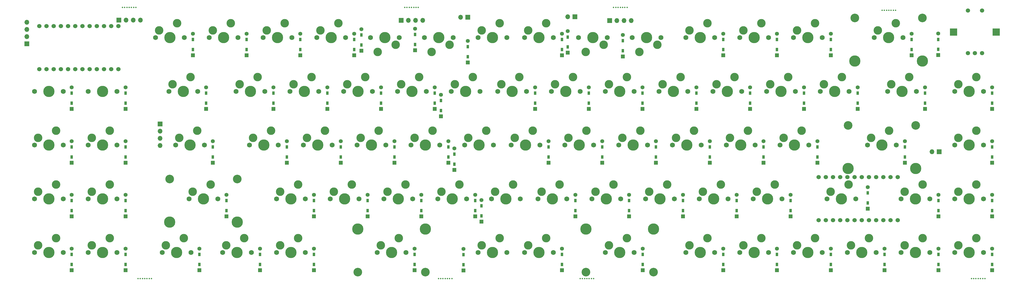
<source format=gts>
%TF.GenerationSoftware,KiCad,Pcbnew,8.0.8*%
%TF.CreationDate,2025-04-15T16:26:55+09:00*%
%TF.ProjectId,sswkbd_wiring,7373776b-6264-45f7-9769-72696e672e6b,rev?*%
%TF.SameCoordinates,Original*%
%TF.FileFunction,Soldermask,Top*%
%TF.FilePolarity,Negative*%
%FSLAX46Y46*%
G04 Gerber Fmt 4.6, Leading zero omitted, Abs format (unit mm)*
G04 Created by KiCad (PCBNEW 8.0.8) date 2025-04-15 16:26:55*
%MOMM*%
%LPD*%
G01*
G04 APERTURE LIST*
%ADD10C,0.500000*%
%ADD11R,1.397000X1.397000*%
%ADD12R,0.950000X1.300000*%
%ADD13C,1.397000*%
%ADD14C,1.750000*%
%ADD15C,3.000000*%
%ADD16C,3.987800*%
%ADD17C,3.048000*%
%ADD18R,1.700000X1.700000*%
%ADD19O,1.700000X1.700000*%
%ADD20C,1.524000*%
%ADD21R,2.500000X2.500000*%
%ADD22C,1.500000*%
G04 APERTURE END LIST*
D10*
%TO.C,BT1*%
X69505796Y-158960000D03*
X68714129Y-158960000D03*
X67922463Y-158960000D03*
X67130796Y-158960000D03*
X66339129Y-158960000D03*
X65547463Y-158960000D03*
X64755796Y-158960000D03*
%TD*%
%TO.C,BT1*%
X175641196Y-158960000D03*
X174849529Y-158960000D03*
X174057863Y-158960000D03*
X173266196Y-158960000D03*
X172474529Y-158960000D03*
X171682863Y-158960000D03*
X170891196Y-158960000D03*
%TD*%
%TO.C,BT1*%
X225704596Y-158960000D03*
X224912929Y-158960000D03*
X224121263Y-158960000D03*
X223329596Y-158960000D03*
X222537929Y-158960000D03*
X221746263Y-158960000D03*
X220954596Y-158960000D03*
%TD*%
%TO.C,BT1*%
X363956796Y-158960000D03*
X363165129Y-158960000D03*
X362373463Y-158960000D03*
X361581796Y-158960000D03*
X360790129Y-158960000D03*
X359998463Y-158960000D03*
X359206796Y-158960000D03*
%TD*%
%TO.C,BT1*%
X327634404Y-64100000D03*
X328426071Y-64100000D03*
X329217737Y-64100000D03*
X330009404Y-64100000D03*
X330801071Y-64100000D03*
X331592737Y-64100000D03*
X332384404Y-64100000D03*
%TD*%
%TO.C,BT1*%
X232775004Y-63100000D03*
X233566671Y-63100000D03*
X234358337Y-63100000D03*
X235150004Y-63100000D03*
X235941671Y-63100000D03*
X236733337Y-63100000D03*
X237525004Y-63100000D03*
%TD*%
%TO.C,BT1*%
X158997004Y-63100000D03*
X159788671Y-63100000D03*
X160580337Y-63100000D03*
X161372004Y-63100000D03*
X162163671Y-63100000D03*
X162955337Y-63100000D03*
X163747004Y-63100000D03*
%TD*%
%TO.C,BT1*%
X59247004Y-63100000D03*
X60038671Y-63100000D03*
X60830337Y-63100000D03*
X61622004Y-63100000D03*
X62413671Y-63100000D03*
X63205337Y-63100000D03*
X63997004Y-63100000D03*
%TD*%
D11*
%TO.C,D32*%
X366509249Y-98964950D03*
D12*
X366509249Y-96929950D03*
X366509249Y-93379950D03*
D13*
X366509249Y-91344950D03*
%TD*%
D14*
%TO.C,SW13*%
X296333000Y-73760000D03*
D15*
X297603000Y-71220000D03*
D16*
X301413000Y-73760000D03*
D15*
X303953000Y-68680000D03*
D14*
X306493000Y-73760000D03*
%TD*%
D11*
%TO.C,D67*%
X86461999Y-156014950D03*
D12*
X86461999Y-153979950D03*
X86461999Y-150429950D03*
D13*
X86461999Y-148394950D03*
%TD*%
D11*
%TO.C,D50*%
X60336999Y-137014950D03*
D12*
X60336999Y-134979950D03*
X60336999Y-131429950D03*
D13*
X60336999Y-129394950D03*
%TD*%
D11*
%TO.C,D73*%
X243034249Y-156014950D03*
D12*
X243034249Y-153979950D03*
X243034249Y-150429950D03*
D13*
X243034249Y-148394950D03*
%TD*%
D11*
%TO.C,D46*%
X304759249Y-117989950D03*
D12*
X304759249Y-115954950D03*
X304759249Y-112404950D03*
D13*
X304759249Y-110369950D03*
%TD*%
D14*
%TO.C,SW6*%
X176071250Y-73760000D03*
D15*
X174801250Y-76300000D03*
D16*
X170991250Y-73760000D03*
D15*
X168451250Y-78840000D03*
D14*
X165911250Y-73760000D03*
%TD*%
D11*
%TO.C,D38*%
X155361999Y-117989950D03*
D12*
X155361999Y-115954950D03*
X155361999Y-112404950D03*
D13*
X155361999Y-110369950D03*
%TD*%
D11*
%TO.C,D76*%
X309509249Y-156014950D03*
D12*
X309509249Y-153979950D03*
X309509249Y-150429950D03*
D13*
X309509249Y-148394950D03*
%TD*%
D11*
%TO.C,D74*%
X271509249Y-156014950D03*
D12*
X271509249Y-153979950D03*
X271509249Y-150429950D03*
D13*
X271509249Y-148394950D03*
%TD*%
D11*
%TO.C,D52*%
X126861999Y-137014950D03*
D12*
X126861999Y-134979950D03*
X126861999Y-131429950D03*
D13*
X126861999Y-129394950D03*
%TD*%
D11*
%TO.C,D39*%
X174361999Y-117989950D03*
D12*
X174361999Y-115954950D03*
X174361999Y-112404950D03*
D13*
X174361999Y-110369950D03*
%TD*%
D11*
%TO.C,D15*%
X347491000Y-79958000D03*
D12*
X347491000Y-77923000D03*
X347491000Y-74373000D03*
D13*
X347491000Y-72338000D03*
%TD*%
D11*
%TO.C,D44*%
X266759249Y-117989950D03*
D12*
X266759249Y-115954950D03*
X266759249Y-112404950D03*
D13*
X266759249Y-110369950D03*
%TD*%
D14*
%TO.C,SW50*%
X47160750Y-130760000D03*
D15*
X48430750Y-128220000D03*
D16*
X52240750Y-130760000D03*
D15*
X54780750Y-125680000D03*
D14*
X57320750Y-130760000D03*
%TD*%
%TO.C,SW28*%
X267833000Y-92760000D03*
D15*
X269103000Y-90220000D03*
D16*
X272913000Y-92760000D03*
D15*
X275453000Y-87680000D03*
D14*
X277993000Y-92760000D03*
%TD*%
%TO.C,SW75*%
X277333000Y-149760000D03*
D15*
X278603000Y-147220000D03*
D16*
X282413000Y-149760000D03*
D15*
X284953000Y-144680000D03*
D14*
X287493000Y-149760000D03*
%TD*%
D11*
%TO.C,D4*%
X141111999Y-79964950D03*
D12*
X141111999Y-77929950D03*
X141111999Y-74379950D03*
D13*
X141111999Y-72344950D03*
%TD*%
D14*
%TO.C,SW2*%
X89910750Y-73760000D03*
D15*
X91180750Y-71220000D03*
D16*
X94990750Y-73760000D03*
D15*
X97530750Y-68680000D03*
D14*
X100070750Y-73760000D03*
%TD*%
%TO.C,SW22*%
X156410750Y-92760000D03*
D15*
X157680750Y-90220000D03*
D16*
X161490750Y-92760000D03*
D15*
X164030750Y-87680000D03*
D14*
X166570750Y-92760000D03*
%TD*%
D11*
%TO.C,D43*%
X247759249Y-117989950D03*
D12*
X247759249Y-115954950D03*
X247759249Y-112404950D03*
D13*
X247759249Y-110369950D03*
%TD*%
D14*
%TO.C,SW53*%
X132660750Y-130760000D03*
D15*
X133930750Y-128220000D03*
D16*
X137740750Y-130760000D03*
D15*
X140280750Y-125680000D03*
D14*
X142820750Y-130760000D03*
%TD*%
%TO.C,SW66*%
X47160750Y-149760000D03*
D15*
X48430750Y-147220000D03*
D16*
X52240750Y-149760000D03*
D15*
X54780750Y-144680000D03*
D14*
X57320750Y-149760000D03*
%TD*%
D11*
%TO.C,D41*%
X209759249Y-117989950D03*
D12*
X209759249Y-115954950D03*
X209759249Y-112404950D03*
D13*
X209759249Y-110369950D03*
%TD*%
D11*
%TO.C,D1*%
X84111999Y-79964950D03*
D12*
X84111999Y-77929950D03*
X84111999Y-74379950D03*
D13*
X84111999Y-72344950D03*
%TD*%
D14*
%TO.C,SW18*%
X75660750Y-92760000D03*
D15*
X76930750Y-90220000D03*
D16*
X80740750Y-92760000D03*
D15*
X83280750Y-87680000D03*
D14*
X85820750Y-92760000D03*
%TD*%
%TO.C,SW8*%
X201333000Y-73760000D03*
D15*
X202603000Y-71220000D03*
D16*
X206413000Y-73760000D03*
D15*
X208953000Y-68680000D03*
D14*
X211493000Y-73760000D03*
%TD*%
%TO.C,SW26*%
X229833000Y-92760000D03*
D15*
X231103000Y-90220000D03*
D16*
X234913000Y-92760000D03*
D15*
X237453000Y-87680000D03*
D14*
X239993000Y-92760000D03*
%TD*%
D11*
%TO.C,D11*%
X271509249Y-79964950D03*
D12*
X271509249Y-77929950D03*
X271509249Y-74379950D03*
D13*
X271509249Y-72344950D03*
%TD*%
D14*
%TO.C,SW29*%
X286833000Y-92760000D03*
D15*
X288103000Y-90220000D03*
D16*
X291913000Y-92760000D03*
D15*
X294453000Y-87680000D03*
D14*
X296993000Y-92760000D03*
%TD*%
D11*
%TO.C,D51*%
X95961999Y-137014950D03*
D12*
X95961999Y-134979950D03*
X95961999Y-131429950D03*
D13*
X95961999Y-129394950D03*
%TD*%
D14*
%TO.C,SW41*%
X196583000Y-111760000D03*
D15*
X197853000Y-109220000D03*
D16*
X201663000Y-111760000D03*
D15*
X204203000Y-106680000D03*
D14*
X206743000Y-111760000D03*
%TD*%
%TO.C,SW67*%
X73285750Y-149760000D03*
D15*
X74555750Y-147220000D03*
D16*
X78365750Y-149760000D03*
D15*
X80905750Y-144680000D03*
D14*
X83445750Y-149760000D03*
%TD*%
%TO.C,SW77*%
X315333000Y-149760000D03*
D15*
X316603000Y-147220000D03*
D16*
X320413000Y-149760000D03*
D15*
X322953000Y-144680000D03*
D14*
X325493000Y-149760000D03*
%TD*%
D16*
%TO.C,SW73*%
X223000000Y-141505000D03*
D17*
X223000000Y-156745000D03*
D14*
X229858000Y-149760000D03*
D15*
X231128000Y-147220000D03*
D16*
X234938000Y-149760000D03*
D15*
X237478000Y-144680000D03*
D14*
X240018000Y-149760000D03*
D16*
X246876000Y-141505000D03*
D17*
X246876000Y-156745000D03*
%TD*%
D14*
%TO.C,SW43*%
X234583000Y-111760000D03*
D15*
X235853000Y-109220000D03*
D16*
X239663000Y-111760000D03*
D15*
X242203000Y-106680000D03*
D14*
X244743000Y-111760000D03*
%TD*%
D11*
%TO.C,D59*%
X257259249Y-137014950D03*
D12*
X257259249Y-134979950D03*
X257259249Y-131429950D03*
D13*
X257259249Y-129394950D03*
%TD*%
D11*
%TO.C,D9*%
X216600000Y-79110000D03*
D12*
X216600000Y-77075000D03*
X216600000Y-73525000D03*
D13*
X216600000Y-71490000D03*
%TD*%
D11*
%TO.C,D3*%
X122111999Y-79964950D03*
D12*
X122111999Y-77929950D03*
X122111999Y-74379950D03*
D13*
X122111999Y-72344950D03*
%TD*%
D16*
%TO.C,SW70*%
X142402750Y-141505000D03*
D17*
X142402750Y-156745000D03*
D14*
X149260750Y-149760000D03*
D15*
X150530750Y-147220000D03*
D16*
X154340750Y-149760000D03*
D15*
X156880750Y-144680000D03*
D14*
X159420750Y-149760000D03*
D16*
X166278750Y-141505000D03*
D17*
X166278750Y-156745000D03*
%TD*%
D14*
%TO.C,SW68*%
X94660750Y-149760000D03*
D15*
X95930750Y-147220000D03*
D16*
X99740750Y-149760000D03*
D15*
X102280750Y-144680000D03*
D14*
X104820750Y-149760000D03*
%TD*%
D11*
%TO.C,D42*%
X228759249Y-117989950D03*
D12*
X228759249Y-115954950D03*
X228759249Y-112404950D03*
D13*
X228759249Y-110369950D03*
%TD*%
D14*
%TO.C,SW23*%
X175410750Y-92760000D03*
D15*
X176680750Y-90220000D03*
D16*
X180490750Y-92760000D03*
D15*
X183030750Y-87680000D03*
D14*
X185570750Y-92760000D03*
%TD*%
%TO.C,SW76*%
X296333000Y-149760000D03*
D15*
X297603000Y-147220000D03*
D16*
X301413000Y-149760000D03*
D15*
X303953000Y-144680000D03*
D14*
X306493000Y-149760000D03*
%TD*%
D11*
%TO.C,D64*%
X366509249Y-137014950D03*
D12*
X366509249Y-134979950D03*
X366509249Y-131429950D03*
D13*
X366509249Y-129394950D03*
%TD*%
D11*
%TO.C,D23*%
X171795000Y-101590000D03*
D12*
X171795000Y-99555000D03*
X171795000Y-96005000D03*
D13*
X171795000Y-93970000D03*
%TD*%
D14*
%TO.C,SW24*%
X191833000Y-92760000D03*
D15*
X193103000Y-90220000D03*
D16*
X196913000Y-92760000D03*
D15*
X199453000Y-87680000D03*
D14*
X201993000Y-92760000D03*
%TD*%
D11*
%TO.C,D33*%
X41336999Y-117989950D03*
D12*
X41336999Y-115954950D03*
X41336999Y-112404950D03*
D13*
X41336999Y-110369950D03*
%TD*%
D18*
%TO.C,J4*%
X347775000Y-114100000D03*
D19*
X345235000Y-114100000D03*
%TD*%
D14*
%TO.C,SW10*%
X249493000Y-73760000D03*
D15*
X248223000Y-76300000D03*
D16*
X244413000Y-73760000D03*
D15*
X241873000Y-78840000D03*
D14*
X239333000Y-73760000D03*
%TD*%
%TO.C,SW79*%
X353333000Y-149760000D03*
D15*
X354603000Y-147220000D03*
D16*
X358413000Y-149760000D03*
D15*
X360953000Y-144680000D03*
D14*
X363493000Y-149760000D03*
%TD*%
%TO.C,SW78*%
X334333000Y-149760000D03*
D15*
X335603000Y-147220000D03*
D16*
X339413000Y-149760000D03*
D15*
X341953000Y-144680000D03*
D14*
X344493000Y-149760000D03*
%TD*%
D11*
%TO.C,D8*%
X214509249Y-79964950D03*
D12*
X214509249Y-77929950D03*
X214509249Y-74379950D03*
D13*
X214509249Y-72344950D03*
%TD*%
D11*
%TO.C,D45*%
X285759249Y-117989950D03*
D12*
X285759249Y-115954950D03*
X285759249Y-112404950D03*
D13*
X285759249Y-110369950D03*
%TD*%
D11*
%TO.C,D65*%
X41336999Y-156014950D03*
D12*
X41336999Y-153979950D03*
X41336999Y-150429950D03*
D13*
X41336999Y-148394950D03*
%TD*%
D11*
%TO.C,D70*%
X162461999Y-156014950D03*
D12*
X162461999Y-153979950D03*
X162461999Y-150429950D03*
D13*
X162461999Y-148394950D03*
%TD*%
D11*
%TO.C,D24*%
X205009249Y-98964950D03*
D12*
X205009249Y-96929950D03*
X205009249Y-93379950D03*
D13*
X205009249Y-91344950D03*
%TD*%
D14*
%TO.C,SW65*%
X28160750Y-149760000D03*
D15*
X29430750Y-147220000D03*
D16*
X33240750Y-149760000D03*
D15*
X35780750Y-144680000D03*
D14*
X38320750Y-149760000D03*
%TD*%
%TO.C,SW58*%
X225083000Y-130760000D03*
D15*
X226353000Y-128220000D03*
D16*
X230163000Y-130760000D03*
D15*
X232703000Y-125680000D03*
D14*
X235243000Y-130760000D03*
%TD*%
D11*
%TO.C,D26*%
X243009249Y-98964950D03*
D12*
X243009249Y-96929950D03*
X243009249Y-93379950D03*
D13*
X243009249Y-91344950D03*
%TD*%
D18*
%TO.C,RST*%
X181275000Y-66500000D03*
D19*
X178735000Y-66500000D03*
%TD*%
D11*
%TO.C,D6*%
X162600000Y-78210000D03*
D12*
X162600000Y-76175000D03*
X162600000Y-72625000D03*
D13*
X162600000Y-70590000D03*
%TD*%
D11*
%TO.C,D14*%
X338034249Y-79964950D03*
D12*
X338034249Y-77929950D03*
X338034249Y-74379950D03*
D13*
X338034249Y-72344950D03*
%TD*%
D14*
%TO.C,SW57*%
X206083000Y-130760000D03*
D15*
X207353000Y-128220000D03*
D16*
X211163000Y-130760000D03*
D15*
X213703000Y-125680000D03*
D14*
X216243000Y-130760000D03*
%TD*%
D11*
%TO.C,D12*%
X290509249Y-79964950D03*
D12*
X290509249Y-77929950D03*
X290509249Y-74379950D03*
D13*
X290509249Y-72344950D03*
%TD*%
D14*
%TO.C,SW59*%
X244083000Y-130760000D03*
D15*
X245353000Y-128220000D03*
D16*
X249163000Y-130760000D03*
D15*
X251703000Y-125680000D03*
D14*
X254243000Y-130760000D03*
%TD*%
%TO.C,SW64*%
X353333000Y-130760000D03*
D15*
X354603000Y-128220000D03*
D16*
X358413000Y-130760000D03*
D15*
X360953000Y-125680000D03*
D14*
X363493000Y-130760000D03*
%TD*%
D17*
%TO.C,SW14*%
X317975000Y-66775000D03*
D16*
X317975000Y-82015000D03*
D14*
X324833000Y-73760000D03*
D15*
X326103000Y-71220000D03*
D16*
X329913000Y-73760000D03*
D15*
X332453000Y-68680000D03*
D14*
X334993000Y-73760000D03*
D17*
X341851000Y-66775000D03*
D16*
X341851000Y-82015000D03*
%TD*%
D18*
%TO.C,USB_PRO_MICRO1*%
X72567800Y-104267000D03*
D19*
X72567800Y-106807000D03*
X72567800Y-109347000D03*
X72567800Y-111887000D03*
%TD*%
D14*
%TO.C,SW63*%
X334333000Y-130760000D03*
D15*
X335603000Y-128220000D03*
D16*
X339413000Y-130760000D03*
D15*
X341953000Y-125680000D03*
D14*
X344493000Y-130760000D03*
%TD*%
D11*
%TO.C,D36*%
X117361999Y-117989950D03*
D12*
X117361999Y-115954950D03*
X117361999Y-112404950D03*
D13*
X117361999Y-110369950D03*
%TD*%
D11*
%TO.C,D29*%
X300009249Y-98964950D03*
D12*
X300009249Y-96929950D03*
X300009249Y-93379950D03*
D13*
X300009249Y-91344950D03*
%TD*%
D14*
%TO.C,SW38*%
X142160750Y-111760000D03*
D15*
X143430750Y-109220000D03*
D16*
X147240750Y-111760000D03*
D15*
X149780750Y-106680000D03*
D14*
X152320750Y-111760000D03*
%TD*%
%TO.C,SW69*%
X113660750Y-149760000D03*
D15*
X114930750Y-147220000D03*
D16*
X118740750Y-149760000D03*
D15*
X121280750Y-144680000D03*
D14*
X123820750Y-149760000D03*
%TD*%
D11*
%TO.C,D69*%
X126861999Y-156014950D03*
D12*
X126861999Y-153979950D03*
X126861999Y-150429950D03*
D13*
X126861999Y-148394950D03*
%TD*%
D14*
%TO.C,SW60*%
X263083000Y-130760000D03*
D15*
X264353000Y-128220000D03*
D16*
X268163000Y-130760000D03*
D15*
X270703000Y-125680000D03*
D14*
X273243000Y-130760000D03*
%TD*%
%TO.C,SW9*%
X230493000Y-73760000D03*
D15*
X229223000Y-76300000D03*
D16*
X225413000Y-73760000D03*
D15*
X222873000Y-78840000D03*
D14*
X220333000Y-73760000D03*
%TD*%
D17*
%TO.C,SW51*%
X75927750Y-123775000D03*
D16*
X75927750Y-139015000D03*
D14*
X82785750Y-130760000D03*
D15*
X84055750Y-128220000D03*
D16*
X87865750Y-130760000D03*
D15*
X90405750Y-125680000D03*
D14*
X92945750Y-130760000D03*
D17*
X99803750Y-123775000D03*
D16*
X99803750Y-139015000D03*
%TD*%
D11*
%TO.C,D20*%
X131611999Y-98964950D03*
D12*
X131611999Y-96929950D03*
X131611999Y-93379950D03*
D13*
X131611999Y-91344950D03*
%TD*%
D14*
%TO.C,SW12*%
X277333000Y-73760000D03*
D15*
X278603000Y-71220000D03*
D16*
X282413000Y-73760000D03*
D15*
X284953000Y-68680000D03*
D14*
X287493000Y-73760000D03*
%TD*%
%TO.C,SW49*%
X28160750Y-130760000D03*
D15*
X29430750Y-128220000D03*
D16*
X33240750Y-130760000D03*
D15*
X35780750Y-125680000D03*
D14*
X38320750Y-130760000D03*
%TD*%
D11*
%TO.C,D47*%
X335659249Y-117989950D03*
D12*
X335659249Y-115954950D03*
X335659249Y-112404950D03*
D13*
X335659249Y-110369950D03*
%TD*%
D14*
%TO.C,SW27*%
X248833000Y-92760000D03*
D15*
X250103000Y-90220000D03*
D16*
X253913000Y-92760000D03*
D15*
X256453000Y-87680000D03*
D14*
X258993000Y-92760000D03*
%TD*%
%TO.C,SW56*%
X189660750Y-130760000D03*
D15*
X190930750Y-128220000D03*
D16*
X194740750Y-130760000D03*
D15*
X197280750Y-125680000D03*
D14*
X199820750Y-130760000D03*
%TD*%
D11*
%TO.C,D62*%
X322550000Y-134260000D03*
D12*
X322550000Y-132225000D03*
X322550000Y-128675000D03*
D13*
X322550000Y-126640000D03*
%TD*%
D14*
%TO.C,SW7*%
X184910750Y-73760000D03*
D15*
X186180750Y-71220000D03*
D16*
X189990750Y-73760000D03*
D15*
X192530750Y-68680000D03*
D14*
X195070750Y-73760000D03*
%TD*%
D11*
%TO.C,D48*%
X366509249Y-117989950D03*
D12*
X366509249Y-115954950D03*
X366509249Y-112404950D03*
D13*
X366509249Y-110369950D03*
%TD*%
D14*
%TO.C,SW39*%
X161160750Y-111760000D03*
D15*
X162430750Y-109220000D03*
D16*
X166240750Y-111760000D03*
D15*
X168780750Y-106680000D03*
D14*
X171320750Y-111760000D03*
%TD*%
%TO.C,SW4*%
X127910750Y-73760000D03*
D15*
X129180750Y-71220000D03*
D16*
X132990750Y-73760000D03*
D15*
X135530750Y-68680000D03*
D14*
X138070750Y-73760000D03*
%TD*%
D11*
%TO.C,D22*%
X169611999Y-98964950D03*
D12*
X169611999Y-96929950D03*
X169611999Y-93379950D03*
D13*
X169611999Y-91344950D03*
%TD*%
D11*
%TO.C,D16*%
X41336999Y-98964950D03*
D12*
X41336999Y-96929950D03*
X41336999Y-93379950D03*
D13*
X41336999Y-91344950D03*
%TD*%
D17*
%TO.C,SW47*%
X315600000Y-104775000D03*
D16*
X315600000Y-120015000D03*
D14*
X322458000Y-111760000D03*
D15*
X323728000Y-109220000D03*
D16*
X327538000Y-111760000D03*
D15*
X330078000Y-106680000D03*
D14*
X332618000Y-111760000D03*
D17*
X339476000Y-104775000D03*
D16*
X339476000Y-120015000D03*
%TD*%
D11*
%TO.C,D49*%
X41336999Y-137014950D03*
D12*
X41336999Y-134979950D03*
X41336999Y-131429950D03*
D13*
X41336999Y-129394950D03*
%TD*%
D11*
%TO.C,D25*%
X224009249Y-98964950D03*
D12*
X224009249Y-96929950D03*
X224009249Y-93379950D03*
D13*
X224009249Y-91344950D03*
%TD*%
D11*
%TO.C,D53*%
X145861999Y-137014950D03*
D12*
X145861999Y-134979950D03*
X145861999Y-131429950D03*
D13*
X145861999Y-129394950D03*
%TD*%
D11*
%TO.C,D28*%
X281009249Y-98964950D03*
D12*
X281009249Y-96929950D03*
X281009249Y-93379950D03*
D13*
X281009249Y-91344950D03*
%TD*%
D11*
%TO.C,D7*%
X181255000Y-82565000D03*
D12*
X181255000Y-80530000D03*
X181255000Y-76980000D03*
D13*
X181255000Y-74945000D03*
%TD*%
D11*
%TO.C,D61*%
X295259249Y-137014950D03*
D12*
X295259249Y-134979950D03*
X295259249Y-131429950D03*
D13*
X295259249Y-129394950D03*
%TD*%
D11*
%TO.C,D37*%
X136361999Y-117989950D03*
D12*
X136361999Y-115954950D03*
X136361999Y-112404950D03*
D13*
X136361999Y-110369950D03*
%TD*%
D14*
%TO.C,SW19*%
X99410750Y-92760000D03*
D15*
X100680750Y-90220000D03*
D16*
X104490750Y-92760000D03*
D15*
X107030750Y-87680000D03*
D14*
X109570750Y-92760000D03*
%TD*%
D18*
%TO.C,USB_SPLIT_R*%
X231340000Y-67700000D03*
D19*
X233880000Y-67700000D03*
X236420000Y-67700000D03*
X238960000Y-67700000D03*
%TD*%
D11*
%TO.C,D77*%
X328509249Y-156014950D03*
D12*
X328509249Y-153979950D03*
X328509249Y-150429950D03*
D13*
X328509249Y-148394950D03*
%TD*%
D20*
%TO.C,U2*%
X305200000Y-123090000D03*
X307740000Y-123090000D03*
X310280000Y-123090000D03*
X312820000Y-123090000D03*
X315360000Y-123090000D03*
X317900000Y-123090000D03*
X320440000Y-123090000D03*
X322980000Y-123090000D03*
X325520000Y-123090000D03*
X328060000Y-123090000D03*
X330600000Y-123090000D03*
X333140000Y-123090000D03*
X333140000Y-138310000D03*
X330600000Y-138310000D03*
X328060000Y-138310000D03*
X325520000Y-138310000D03*
X322980000Y-138310000D03*
X320440000Y-138310000D03*
X317900000Y-138310000D03*
X315360000Y-138310000D03*
X312820000Y-138310000D03*
X310280000Y-138310000D03*
X307740000Y-138310000D03*
X305200000Y-138310000D03*
%TD*%
D11*
%TO.C,D10*%
X236000000Y-80410000D03*
D12*
X236000000Y-78375000D03*
X236000000Y-74825000D03*
D13*
X236000000Y-72790000D03*
%TD*%
D11*
%TO.C,D57*%
X219259249Y-137014950D03*
D12*
X219259249Y-134979950D03*
X219259249Y-131429950D03*
D13*
X219259249Y-129394950D03*
%TD*%
D14*
%TO.C,SW36*%
X104160750Y-111760000D03*
D15*
X105430750Y-109220000D03*
D16*
X109240750Y-111760000D03*
D15*
X111780750Y-106680000D03*
D14*
X114320750Y-111760000D03*
%TD*%
D18*
%TO.C,USB_main1*%
X58017750Y-67535000D03*
D19*
X60557750Y-67535000D03*
X63097750Y-67535000D03*
X65637750Y-67535000D03*
%TD*%
D14*
%TO.C,SW55*%
X170660750Y-130760000D03*
D15*
X171930750Y-128220000D03*
D16*
X175740750Y-130760000D03*
D15*
X178280750Y-125680000D03*
D14*
X180820750Y-130760000D03*
%TD*%
D11*
%TO.C,D75*%
X290509249Y-156014950D03*
D12*
X290509249Y-153979950D03*
X290509249Y-150429950D03*
D13*
X290509249Y-148394950D03*
%TD*%
D11*
%TO.C,D56*%
X186040000Y-138830000D03*
D12*
X186040000Y-136795000D03*
X186040000Y-133245000D03*
D13*
X186040000Y-131210000D03*
%TD*%
D14*
%TO.C,SW31*%
X329583000Y-92760000D03*
D15*
X330853000Y-90220000D03*
D16*
X334663000Y-92760000D03*
D15*
X337203000Y-87680000D03*
D14*
X339743000Y-92760000D03*
%TD*%
D18*
%TO.C,USB_SPLIT_L*%
X157706250Y-67635000D03*
D19*
X160246250Y-67635000D03*
X162786250Y-67635000D03*
X165326250Y-67635000D03*
%TD*%
D18*
%TO.C,OLED*%
X25450750Y-75962370D03*
D19*
X25450750Y-73422370D03*
X25450750Y-70882370D03*
X25450750Y-68342370D03*
%TD*%
D11*
%TO.C,D60*%
X276259249Y-137014950D03*
D12*
X276259249Y-134979950D03*
X276259249Y-131429950D03*
D13*
X276259249Y-129394950D03*
%TD*%
D11*
%TO.C,D5*%
X143637000Y-78356000D03*
D12*
X143637000Y-76321000D03*
X143637000Y-72771000D03*
D13*
X143637000Y-70736000D03*
%TD*%
D14*
%TO.C,SW61*%
X282083000Y-130760000D03*
D15*
X283353000Y-128220000D03*
D16*
X287163000Y-130760000D03*
D15*
X289703000Y-125680000D03*
D14*
X292243000Y-130760000D03*
%TD*%
D11*
%TO.C,D35*%
X91211999Y-117989950D03*
D12*
X91211999Y-115954950D03*
X91211999Y-112404950D03*
D13*
X91211999Y-110369950D03*
%TD*%
D14*
%TO.C,SW48*%
X353333000Y-111760000D03*
D15*
X354603000Y-109220000D03*
D16*
X358413000Y-111760000D03*
D15*
X360953000Y-106680000D03*
D14*
X363493000Y-111760000D03*
%TD*%
D11*
%TO.C,D21*%
X150611999Y-98964950D03*
D12*
X150611999Y-96929950D03*
X150611999Y-93379950D03*
D13*
X150611999Y-91344950D03*
%TD*%
D14*
%TO.C,SW5*%
X157071250Y-73760000D03*
D15*
X155801250Y-76300000D03*
D16*
X151991250Y-73760000D03*
D15*
X149451250Y-78840000D03*
D14*
X146911250Y-73760000D03*
%TD*%
D11*
%TO.C,D13*%
X309509249Y-79964950D03*
D12*
X309509249Y-77929950D03*
X309509249Y-74379950D03*
D13*
X309509249Y-72344950D03*
%TD*%
D14*
%TO.C,SW52*%
X113660750Y-130760000D03*
D15*
X114930750Y-128220000D03*
D16*
X118740750Y-130760000D03*
D15*
X121280750Y-125680000D03*
D14*
X123820750Y-130760000D03*
%TD*%
D11*
%TO.C,D18*%
X88836999Y-98964950D03*
D12*
X88836999Y-96929950D03*
X88836999Y-93379950D03*
D13*
X88836999Y-91344950D03*
%TD*%
D14*
%TO.C,SW54*%
X151660750Y-130760000D03*
D15*
X152930750Y-128220000D03*
D16*
X156740750Y-130760000D03*
D15*
X159280750Y-125680000D03*
D14*
X161820750Y-130760000D03*
%TD*%
%TO.C,SW33*%
X28160750Y-111760000D03*
D15*
X29430750Y-109220000D03*
D16*
X33240750Y-111760000D03*
D15*
X35780750Y-106680000D03*
D14*
X38320750Y-111760000D03*
%TD*%
D11*
%TO.C,D27*%
X262009249Y-98964950D03*
D12*
X262009249Y-96929950D03*
X262009249Y-93379950D03*
D13*
X262009249Y-91344950D03*
%TD*%
D14*
%TO.C,SW37*%
X123160750Y-111760000D03*
D15*
X124430750Y-109220000D03*
D16*
X128240750Y-111760000D03*
D15*
X130780750Y-106680000D03*
D14*
X133320750Y-111760000D03*
%TD*%
%TO.C,SW1*%
X70910750Y-73760000D03*
D15*
X72180750Y-71220000D03*
D16*
X75990750Y-73760000D03*
D15*
X78530750Y-68680000D03*
D14*
X81070750Y-73760000D03*
%TD*%
D11*
%TO.C,D55*%
X183861999Y-137014950D03*
D12*
X183861999Y-134979950D03*
X183861999Y-131429950D03*
D13*
X183861999Y-129394950D03*
%TD*%
D14*
%TO.C,SW30*%
X305833000Y-92760000D03*
D15*
X307103000Y-90220000D03*
D16*
X310913000Y-92760000D03*
D15*
X313453000Y-87680000D03*
D14*
X315993000Y-92760000D03*
%TD*%
D11*
%TO.C,D54*%
X164861999Y-137014950D03*
D12*
X164861999Y-134979950D03*
X164861999Y-131429950D03*
D13*
X164861999Y-129394950D03*
%TD*%
D14*
%TO.C,SW32*%
X353333000Y-92760000D03*
D15*
X354603000Y-90220000D03*
D16*
X358413000Y-92760000D03*
D15*
X360953000Y-87680000D03*
D14*
X363493000Y-92760000D03*
%TD*%
%TO.C,SW71*%
X184910750Y-149760000D03*
D15*
X186180750Y-147220000D03*
D16*
X189990750Y-149760000D03*
D15*
X192530750Y-144680000D03*
D14*
X195070750Y-149760000D03*
%TD*%
%TO.C,SW11*%
X258333000Y-73760000D03*
D15*
X259603000Y-71220000D03*
D16*
X263413000Y-73760000D03*
D15*
X265953000Y-68680000D03*
D14*
X268493000Y-73760000D03*
%TD*%
%TO.C,SW21*%
X137410750Y-92760000D03*
D15*
X138680750Y-90220000D03*
D16*
X142490750Y-92760000D03*
D15*
X145030750Y-87680000D03*
D14*
X147570750Y-92760000D03*
%TD*%
D11*
%TO.C,D2*%
X103111999Y-79964950D03*
D12*
X103111999Y-77929950D03*
X103111999Y-74379950D03*
D13*
X103111999Y-72344950D03*
%TD*%
D14*
%TO.C,SW25*%
X210833000Y-92760000D03*
D15*
X212103000Y-90220000D03*
D16*
X215913000Y-92760000D03*
D15*
X218453000Y-87680000D03*
D14*
X220993000Y-92760000D03*
%TD*%
D11*
%TO.C,D79*%
X366509249Y-156014950D03*
D12*
X366509249Y-153979950D03*
X366509249Y-150429950D03*
D13*
X366509249Y-148394950D03*
%TD*%
D14*
%TO.C,SW40*%
X180160750Y-111760000D03*
D15*
X181430750Y-109220000D03*
D16*
X185240750Y-111760000D03*
D15*
X187780750Y-106680000D03*
D14*
X190320750Y-111760000D03*
%TD*%
%TO.C,SW72*%
X201333000Y-149760000D03*
D15*
X202603000Y-147220000D03*
D16*
X206413000Y-149760000D03*
D15*
X208953000Y-144680000D03*
D14*
X211493000Y-149760000D03*
%TD*%
D18*
%TO.C,RST*%
X219075000Y-66400000D03*
D19*
X216535000Y-66400000D03*
%TD*%
D11*
%TO.C,D78*%
X347509249Y-156014950D03*
D12*
X347509249Y-153979950D03*
X347509249Y-150429950D03*
D13*
X347509249Y-148394950D03*
%TD*%
D14*
%TO.C,SW20*%
X118410750Y-92760000D03*
D15*
X119680750Y-90220000D03*
D16*
X123490750Y-92760000D03*
D15*
X126030750Y-87680000D03*
D14*
X128570750Y-92760000D03*
%TD*%
%TO.C,SW35*%
X78035750Y-111760000D03*
D15*
X79305750Y-109220000D03*
D16*
X83115750Y-111760000D03*
D15*
X85655750Y-106680000D03*
D14*
X88195750Y-111760000D03*
%TD*%
D20*
%TO.C,U1*%
X57847000Y-84908600D03*
X55307000Y-84908600D03*
X52767000Y-84908600D03*
X50227000Y-84908600D03*
X47687000Y-84908600D03*
X45147000Y-84908600D03*
X42607000Y-84908600D03*
X40067000Y-84908600D03*
X37527000Y-84908600D03*
X34987000Y-84908600D03*
X32447000Y-84908600D03*
X29907000Y-84908600D03*
X29907000Y-69688600D03*
X32447000Y-69688600D03*
X34987000Y-69688600D03*
X37527000Y-69688600D03*
X40067000Y-69688600D03*
X42607000Y-69688600D03*
X45147000Y-69688600D03*
X47687000Y-69688600D03*
X50227000Y-69688600D03*
X52767000Y-69688600D03*
X55307000Y-69688600D03*
X57847000Y-69688600D03*
%TD*%
D14*
%TO.C,SW34*%
X47160750Y-111760000D03*
D15*
X48430750Y-109220000D03*
D16*
X52240750Y-111760000D03*
D15*
X54780750Y-106680000D03*
D14*
X57320750Y-111760000D03*
%TD*%
D11*
%TO.C,D34*%
X60336999Y-117989950D03*
D12*
X60336999Y-115954950D03*
X60336999Y-112404950D03*
D13*
X60336999Y-110369950D03*
%TD*%
D11*
%TO.C,D71*%
X179695000Y-156115000D03*
D12*
X179695000Y-154080000D03*
X179695000Y-150530000D03*
D13*
X179695000Y-148495000D03*
%TD*%
D14*
%TO.C,SW44*%
X253583000Y-111760000D03*
D15*
X254853000Y-109220000D03*
D16*
X258663000Y-111760000D03*
D15*
X261203000Y-106680000D03*
D14*
X263743000Y-111760000D03*
%TD*%
D11*
%TO.C,D58*%
X238259249Y-137014950D03*
D12*
X238259249Y-134979950D03*
X238259249Y-131429950D03*
D13*
X238259249Y-129394950D03*
%TD*%
D14*
%TO.C,SW74*%
X258333000Y-149760000D03*
D15*
X259603000Y-147220000D03*
D16*
X263413000Y-149760000D03*
D15*
X265953000Y-144680000D03*
D14*
X268493000Y-149760000D03*
%TD*%
%TO.C,SW42*%
X215583000Y-111760000D03*
D15*
X216853000Y-109220000D03*
D16*
X220663000Y-111760000D03*
D15*
X223203000Y-106680000D03*
D14*
X225743000Y-111760000D03*
%TD*%
D11*
%TO.C,D31*%
X342784249Y-98964950D03*
D12*
X342784249Y-96929950D03*
X342784249Y-93379950D03*
D13*
X342784249Y-91344950D03*
%TD*%
D14*
%TO.C,SW3*%
X108910750Y-73760000D03*
D15*
X110180750Y-71220000D03*
D16*
X113990750Y-73760000D03*
D15*
X116530750Y-68680000D03*
D14*
X119070750Y-73760000D03*
%TD*%
D11*
%TO.C,D68*%
X107861999Y-156014950D03*
D12*
X107861999Y-153979950D03*
X107861999Y-150429950D03*
D13*
X107861999Y-148394950D03*
%TD*%
D11*
%TO.C,D19*%
X112611999Y-98964950D03*
D12*
X112611999Y-96929950D03*
X112611999Y-93379950D03*
D13*
X112611999Y-91344950D03*
%TD*%
D11*
%TO.C,D17*%
X60336999Y-98964950D03*
D12*
X60336999Y-96929950D03*
X60336999Y-93379950D03*
D13*
X60336999Y-91344950D03*
%TD*%
D11*
%TO.C,D72*%
X214509249Y-156014950D03*
D12*
X214509249Y-153979950D03*
X214509249Y-150429950D03*
D13*
X214509249Y-148394950D03*
%TD*%
D14*
%TO.C,SW45*%
X272583000Y-111760000D03*
D15*
X273853000Y-109220000D03*
D16*
X277663000Y-111760000D03*
D15*
X280203000Y-106680000D03*
D14*
X282743000Y-111760000D03*
%TD*%
D11*
%TO.C,D30*%
X319009249Y-98964950D03*
D12*
X319009249Y-96929950D03*
X319009249Y-93379950D03*
D13*
X319009249Y-91344950D03*
%TD*%
D11*
%TO.C,D63*%
X347509249Y-137014950D03*
D12*
X347509249Y-134979950D03*
X347509249Y-131429950D03*
D13*
X347509249Y-129394950D03*
%TD*%
D14*
%TO.C,SW46*%
X291583000Y-111760000D03*
D15*
X292853000Y-109220000D03*
D16*
X296663000Y-111760000D03*
D15*
X299203000Y-106680000D03*
D14*
X301743000Y-111760000D03*
%TD*%
D11*
%TO.C,D40*%
X176525000Y-120560000D03*
D12*
X176525000Y-118525000D03*
X176525000Y-114975000D03*
D13*
X176525000Y-112940000D03*
%TD*%
D21*
%TO.C,ENC*%
X367913000Y-71760000D03*
X352913000Y-71760000D03*
D22*
X357913000Y-79260000D03*
X362913000Y-79260000D03*
X360413000Y-79260000D03*
X362913000Y-64160000D03*
X357913000Y-64160000D03*
%TD*%
D11*
%TO.C,D66*%
X60336999Y-156014950D03*
D12*
X60336999Y-153979950D03*
X60336999Y-150429950D03*
D13*
X60336999Y-148394950D03*
%TD*%
D14*
%TO.C,SW62*%
X318368000Y-130760000D03*
D15*
X315828000Y-125680000D03*
D16*
X313288000Y-130760000D03*
D15*
X309478000Y-128220000D03*
D14*
X308208000Y-130760000D03*
%TD*%
%TO.C,SW16*%
X38320750Y-92760000D03*
X28160750Y-92760000D03*
D16*
X33240750Y-92760000D03*
%TD*%
D14*
%TO.C,SW17*%
X57320750Y-92760000D03*
X47160750Y-92760000D03*
D16*
X52240750Y-92760000D03*
%TD*%
M02*

</source>
